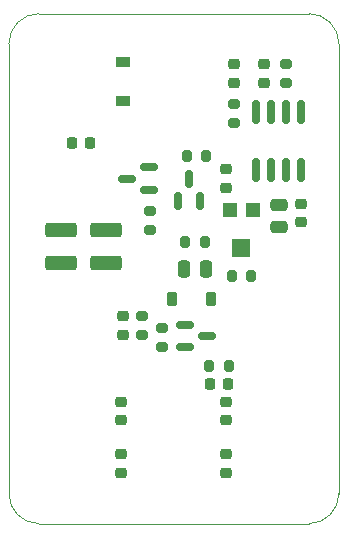
<source format=gbr>
%TF.GenerationSoftware,KiCad,Pcbnew,7.0.6*%
%TF.CreationDate,2024-05-19T20:46:52-05:00*%
%TF.ProjectId,Magic_Wand_Timer,4d616769-635f-4576-916e-645f54696d65,rev?*%
%TF.SameCoordinates,Original*%
%TF.FileFunction,Paste,Top*%
%TF.FilePolarity,Positive*%
%FSLAX46Y46*%
G04 Gerber Fmt 4.6, Leading zero omitted, Abs format (unit mm)*
G04 Created by KiCad (PCBNEW 7.0.6) date 2024-05-19 20:46:52*
%MOMM*%
%LPD*%
G01*
G04 APERTURE LIST*
G04 Aperture macros list*
%AMRoundRect*
0 Rectangle with rounded corners*
0 $1 Rounding radius*
0 $2 $3 $4 $5 $6 $7 $8 $9 X,Y pos of 4 corners*
0 Add a 4 corners polygon primitive as box body*
4,1,4,$2,$3,$4,$5,$6,$7,$8,$9,$2,$3,0*
0 Add four circle primitives for the rounded corners*
1,1,$1+$1,$2,$3*
1,1,$1+$1,$4,$5*
1,1,$1+$1,$6,$7*
1,1,$1+$1,$8,$9*
0 Add four rect primitives between the rounded corners*
20,1,$1+$1,$2,$3,$4,$5,0*
20,1,$1+$1,$4,$5,$6,$7,0*
20,1,$1+$1,$6,$7,$8,$9,0*
20,1,$1+$1,$8,$9,$2,$3,0*%
G04 Aperture macros list end*
%ADD10RoundRect,0.200000X0.275000X-0.200000X0.275000X0.200000X-0.275000X0.200000X-0.275000X-0.200000X0*%
%ADD11RoundRect,0.250000X-0.475000X0.250000X-0.475000X-0.250000X0.475000X-0.250000X0.475000X0.250000X0*%
%ADD12RoundRect,0.225000X-0.250000X0.225000X-0.250000X-0.225000X0.250000X-0.225000X0.250000X0.225000X0*%
%ADD13RoundRect,0.150000X0.587500X0.150000X-0.587500X0.150000X-0.587500X-0.150000X0.587500X-0.150000X0*%
%ADD14RoundRect,0.150000X-0.587500X-0.150000X0.587500X-0.150000X0.587500X0.150000X-0.587500X0.150000X0*%
%ADD15RoundRect,0.150000X0.150000X-0.587500X0.150000X0.587500X-0.150000X0.587500X-0.150000X-0.587500X0*%
%ADD16RoundRect,0.200000X0.200000X0.275000X-0.200000X0.275000X-0.200000X-0.275000X0.200000X-0.275000X0*%
%ADD17RoundRect,0.225000X0.250000X-0.225000X0.250000X0.225000X-0.250000X0.225000X-0.250000X-0.225000X0*%
%ADD18RoundRect,0.225000X-0.225000X-0.250000X0.225000X-0.250000X0.225000X0.250000X-0.225000X0.250000X0*%
%ADD19R,1.200000X0.900000*%
%ADD20RoundRect,0.225000X0.225000X0.375000X-0.225000X0.375000X-0.225000X-0.375000X0.225000X-0.375000X0*%
%ADD21RoundRect,0.200000X-0.275000X0.200000X-0.275000X-0.200000X0.275000X-0.200000X0.275000X0.200000X0*%
%ADD22RoundRect,0.250000X-1.075000X0.375000X-1.075000X-0.375000X1.075000X-0.375000X1.075000X0.375000X0*%
%ADD23R,1.200000X1.200000*%
%ADD24R,1.600000X1.500000*%
%ADD25RoundRect,0.250000X-0.250000X-0.475000X0.250000X-0.475000X0.250000X0.475000X-0.250000X0.475000X0*%
%ADD26RoundRect,0.150000X-0.150000X0.825000X-0.150000X-0.825000X0.150000X-0.825000X0.150000X0.825000X0*%
%TA.AperFunction,Profile*%
%ADD27C,0.100000*%
%TD*%
G04 APERTURE END LIST*
D10*
%TO.C,R5*%
X171450000Y-91440000D03*
X171450000Y-93090000D03*
%TD*%
D11*
%TO.C,C14*%
X175260000Y-100015000D03*
X175260000Y-101915000D03*
%TD*%
D12*
%TO.C,C11*%
X171450000Y-89675000D03*
X171450000Y-88125000D03*
%TD*%
D13*
%TO.C,Q3*%
X164259500Y-98740000D03*
X164259500Y-96840000D03*
X162384500Y-97790000D03*
%TD*%
D14*
%TO.C,Q1*%
X167337500Y-110175000D03*
X167337500Y-112075000D03*
X169212500Y-111125000D03*
%TD*%
D15*
%TO.C,Q2*%
X166690000Y-99665000D03*
X168590000Y-99665000D03*
X167640000Y-97790000D03*
%TD*%
D16*
%TO.C,R8*%
X171260000Y-106045000D03*
X172910000Y-106045000D03*
%TD*%
D17*
%TO.C,C8*%
X161925000Y-116700000D03*
X161925000Y-118250000D03*
%TD*%
D18*
%TO.C,C4*%
X170955000Y-115189000D03*
X169405000Y-115189000D03*
%TD*%
D12*
%TO.C,C13*%
X173990000Y-89675000D03*
X173990000Y-88125000D03*
%TD*%
D19*
%TO.C,D2*%
X162052000Y-91185000D03*
X162052000Y-87885000D03*
%TD*%
D20*
%TO.C,D1*%
X169544000Y-107950000D03*
X166244000Y-107950000D03*
%TD*%
D21*
%TO.C,R9*%
X164338000Y-102171000D03*
X164338000Y-100521000D03*
%TD*%
D18*
%TO.C,C15*%
X159271000Y-94742000D03*
X157721000Y-94742000D03*
%TD*%
D12*
%TO.C,C3*%
X161925000Y-122695000D03*
X161925000Y-121145000D03*
%TD*%
%TO.C,C6*%
X177165000Y-101486000D03*
X177165000Y-99936000D03*
%TD*%
D22*
%TO.C,F2*%
X156845000Y-104905000D03*
X156845000Y-102105000D03*
%TD*%
D12*
%TO.C,C1*%
X162052000Y-111011000D03*
X162052000Y-109461000D03*
%TD*%
D23*
%TO.C,RV1*%
X173085000Y-100435000D03*
D24*
X172085000Y-103685000D03*
D23*
X171085000Y-100435000D03*
%TD*%
D12*
%TO.C,C12*%
X170815000Y-122695000D03*
X170815000Y-121145000D03*
%TD*%
D10*
%TO.C,R2*%
X165354000Y-110427000D03*
X165354000Y-112077000D03*
%TD*%
D16*
%TO.C,R3*%
X169355000Y-113665000D03*
X171005000Y-113665000D03*
%TD*%
D25*
%TO.C,C10*%
X167198000Y-105410000D03*
X169098000Y-105410000D03*
%TD*%
D17*
%TO.C,C9*%
X170815000Y-97015000D03*
X170815000Y-98565000D03*
%TD*%
D26*
%TO.C,U1*%
X177165000Y-92140000D03*
X175895000Y-92140000D03*
X174625000Y-92140000D03*
X173355000Y-92140000D03*
X173355000Y-97090000D03*
X174625000Y-97090000D03*
X175895000Y-97090000D03*
X177165000Y-97090000D03*
%TD*%
D22*
%TO.C,F1*%
X160655000Y-104905000D03*
X160655000Y-102105000D03*
%TD*%
D17*
%TO.C,C7*%
X170815000Y-116700000D03*
X170815000Y-118250000D03*
%TD*%
D21*
%TO.C,R4*%
X175895000Y-89725000D03*
X175895000Y-88075000D03*
%TD*%
D16*
%TO.C,R6*%
X167323000Y-103124000D03*
X168973000Y-103124000D03*
%TD*%
D10*
%TO.C,R1*%
X163703000Y-109411000D03*
X163703000Y-111061000D03*
%TD*%
D16*
%TO.C,R7*%
X167450000Y-95885000D03*
X169100000Y-95885000D03*
%TD*%
D27*
X152400000Y-124460000D02*
X152400000Y-86360000D01*
X152400000Y-124460000D02*
G75*
G03*
X154940000Y-127000000I2540000J0D01*
G01*
X177800000Y-127000000D02*
G75*
G03*
X180340000Y-124460000I0J2540000D01*
G01*
X177800000Y-127000000D02*
X154940000Y-127000000D01*
X180340000Y-86360000D02*
G75*
G03*
X177800000Y-83820000I-2540000J0D01*
G01*
X154940000Y-83820000D02*
G75*
G03*
X152400000Y-86360000I0J-2540000D01*
G01*
X180340000Y-86360000D02*
X180340000Y-124460000D01*
X177800000Y-83820000D02*
X154940000Y-83820000D01*
M02*

</source>
